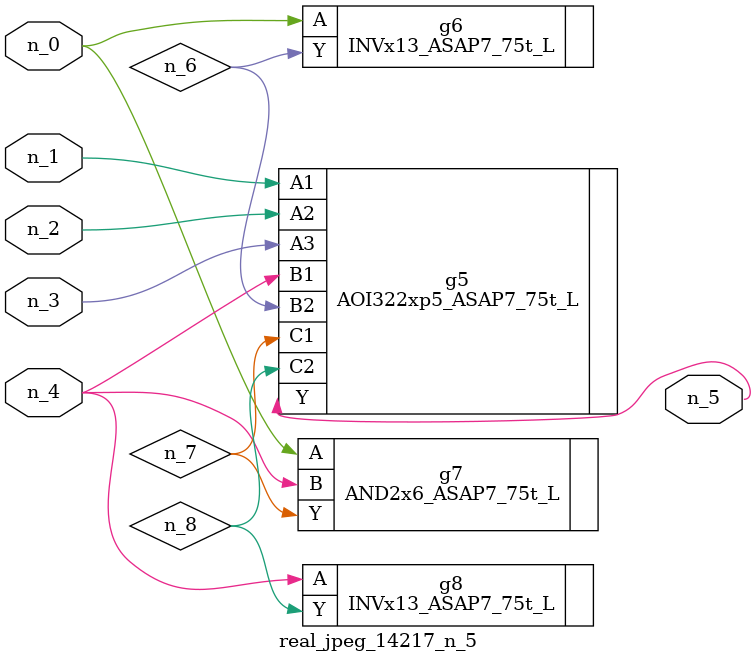
<source format=v>
module real_jpeg_14217_n_5 (n_4, n_0, n_1, n_2, n_3, n_5);

input n_4;
input n_0;
input n_1;
input n_2;
input n_3;

output n_5;

wire n_8;
wire n_6;
wire n_7;

INVx13_ASAP7_75t_L g6 ( 
.A(n_0),
.Y(n_6)
);

AND2x6_ASAP7_75t_L g7 ( 
.A(n_0),
.B(n_4),
.Y(n_7)
);

AOI322xp5_ASAP7_75t_L g5 ( 
.A1(n_1),
.A2(n_2),
.A3(n_3),
.B1(n_4),
.B2(n_6),
.C1(n_7),
.C2(n_8),
.Y(n_5)
);

INVx13_ASAP7_75t_L g8 ( 
.A(n_4),
.Y(n_8)
);


endmodule
</source>
